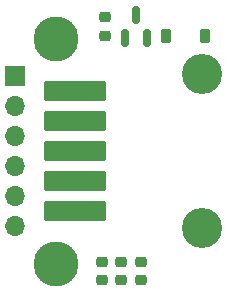
<source format=gbr>
%TF.GenerationSoftware,KiCad,Pcbnew,9.0.4-9.0.4-0~ubuntu24.04.1*%
%TF.CreationDate,2025-09-20T10:39:04-07:00*%
%TF.ProjectId,mag-encoder,6d61672d-656e-4636-9f64-65722e6b6963,1*%
%TF.SameCoordinates,Original*%
%TF.FileFunction,Soldermask,Top*%
%TF.FilePolarity,Negative*%
%FSLAX46Y46*%
G04 Gerber Fmt 4.6, Leading zero omitted, Abs format (unit mm)*
G04 Created by KiCad (PCBNEW 9.0.4-9.0.4-0~ubuntu24.04.1) date 2025-09-20 10:39:04*
%MOMM*%
%LPD*%
G01*
G04 APERTURE LIST*
G04 Aperture macros list*
%AMRoundRect*
0 Rectangle with rounded corners*
0 $1 Rounding radius*
0 $2 $3 $4 $5 $6 $7 $8 $9 X,Y pos of 4 corners*
0 Add a 4 corners polygon primitive as box body*
4,1,4,$2,$3,$4,$5,$6,$7,$8,$9,$2,$3,0*
0 Add four circle primitives for the rounded corners*
1,1,$1+$1,$2,$3*
1,1,$1+$1,$4,$5*
1,1,$1+$1,$6,$7*
1,1,$1+$1,$8,$9*
0 Add four rect primitives between the rounded corners*
20,1,$1+$1,$2,$3,$4,$5,0*
20,1,$1+$1,$4,$5,$6,$7,0*
20,1,$1+$1,$6,$7,$8,$9,0*
20,1,$1+$1,$8,$9,$2,$3,0*%
G04 Aperture macros list end*
%ADD10C,3.810000*%
%ADD11RoundRect,0.218750X-0.256250X0.218750X-0.256250X-0.218750X0.256250X-0.218750X0.256250X0.218750X0*%
%ADD12RoundRect,0.218750X0.256250X-0.218750X0.256250X0.218750X-0.256250X0.218750X-0.256250X-0.218750X0*%
%ADD13RoundRect,0.150000X0.150000X-0.587500X0.150000X0.587500X-0.150000X0.587500X-0.150000X-0.587500X0*%
%ADD14C,3.400000*%
%ADD15RoundRect,0.121324X2.543676X-0.703676X2.543676X0.703676X-2.543676X0.703676X-2.543676X-0.703676X0*%
%ADD16R,1.700000X1.700000*%
%ADD17O,1.700000X1.700000*%
%ADD18RoundRect,0.225000X-0.225000X-0.375000X0.225000X-0.375000X0.225000X0.375000X-0.225000X0.375000X0*%
G04 APERTURE END LIST*
D10*
%TO.C,H1*%
X224840800Y-114046000D03*
%TD*%
D11*
%TO.C,D1*%
X228981000Y-112242500D03*
X228981000Y-113817500D03*
%TD*%
D12*
%TO.C,D2*%
X228727000Y-134518500D03*
X228727000Y-132943500D03*
%TD*%
D13*
%TO.C,U1*%
X230647200Y-113967500D03*
X232547200Y-113967500D03*
X231597200Y-112092500D03*
%TD*%
D14*
%TO.C,J2*%
X237177800Y-130051000D03*
X237177800Y-117091000D03*
D15*
X226487800Y-118491000D03*
X226487800Y-121031000D03*
X226487800Y-123571000D03*
X226487800Y-126111000D03*
X226487800Y-128651000D03*
%TD*%
D12*
%TO.C,D3*%
X230378000Y-134518500D03*
X230378000Y-132943500D03*
%TD*%
D16*
%TO.C,J1*%
X221411800Y-117221000D03*
D17*
X221411800Y-119761000D03*
X221411800Y-122301000D03*
X221411800Y-124841000D03*
X221411800Y-127381000D03*
X221411800Y-129921000D03*
%TD*%
D18*
%TO.C,D5*%
X234189000Y-113792000D03*
X237489000Y-113792000D03*
%TD*%
D12*
%TO.C,D4*%
X232029000Y-134518500D03*
X232029000Y-132943500D03*
%TD*%
D10*
%TO.C,H2*%
X224840800Y-133096000D03*
%TD*%
M02*

</source>
